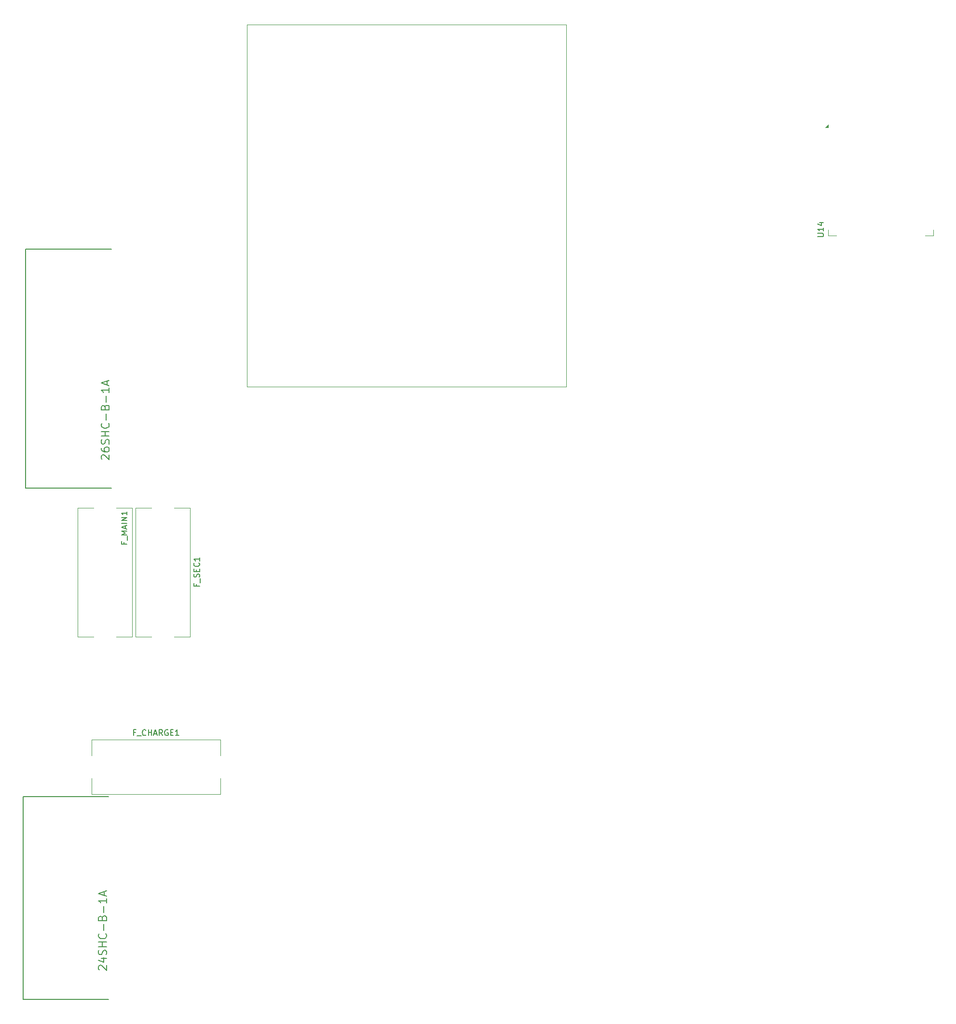
<source format=gbr>
%TF.GenerationSoftware,KiCad,Pcbnew,9.0.4-9.0.4-0~ubuntu22.04.1*%
%TF.CreationDate,2025-10-26T15:56:29+01:00*%
%TF.ProjectId,IndegoMower,496e6465-676f-44d6-9f77-65722e6b6963,rev?*%
%TF.SameCoordinates,Original*%
%TF.FileFunction,Legend,Top*%
%TF.FilePolarity,Positive*%
%FSLAX46Y46*%
G04 Gerber Fmt 4.6, Leading zero omitted, Abs format (unit mm)*
G04 Created by KiCad (PCBNEW 9.0.4-9.0.4-0~ubuntu22.04.1) date 2025-10-26 15:56:29*
%MOMM*%
%LPD*%
G01*
G04 APERTURE LIST*
%ADD10C,0.120000*%
%ADD11C,0.150000*%
%ADD12C,0.127000*%
G04 APERTURE END LIST*
D10*
X60550000Y-24760000D02*
X116550000Y-24760000D01*
X116550000Y-88240000D01*
X60550000Y-88240000D01*
X60550000Y-24760000D01*
D11*
X34593200Y-190506665D02*
X34526533Y-190439998D01*
X34526533Y-190439998D02*
X34459866Y-190306665D01*
X34459866Y-190306665D02*
X34459866Y-189973332D01*
X34459866Y-189973332D02*
X34526533Y-189839998D01*
X34526533Y-189839998D02*
X34593200Y-189773332D01*
X34593200Y-189773332D02*
X34726533Y-189706665D01*
X34726533Y-189706665D02*
X34859866Y-189706665D01*
X34859866Y-189706665D02*
X35059866Y-189773332D01*
X35059866Y-189773332D02*
X35859866Y-190573332D01*
X35859866Y-190573332D02*
X35859866Y-189706665D01*
X34926533Y-188506665D02*
X35859866Y-188506665D01*
X34393200Y-188839999D02*
X35393200Y-189173332D01*
X35393200Y-189173332D02*
X35393200Y-188306665D01*
X35793200Y-187839999D02*
X35859866Y-187639999D01*
X35859866Y-187639999D02*
X35859866Y-187306666D01*
X35859866Y-187306666D02*
X35793200Y-187173332D01*
X35793200Y-187173332D02*
X35726533Y-187106666D01*
X35726533Y-187106666D02*
X35593200Y-187039999D01*
X35593200Y-187039999D02*
X35459866Y-187039999D01*
X35459866Y-187039999D02*
X35326533Y-187106666D01*
X35326533Y-187106666D02*
X35259866Y-187173332D01*
X35259866Y-187173332D02*
X35193200Y-187306666D01*
X35193200Y-187306666D02*
X35126533Y-187573332D01*
X35126533Y-187573332D02*
X35059866Y-187706666D01*
X35059866Y-187706666D02*
X34993200Y-187773332D01*
X34993200Y-187773332D02*
X34859866Y-187839999D01*
X34859866Y-187839999D02*
X34726533Y-187839999D01*
X34726533Y-187839999D02*
X34593200Y-187773332D01*
X34593200Y-187773332D02*
X34526533Y-187706666D01*
X34526533Y-187706666D02*
X34459866Y-187573332D01*
X34459866Y-187573332D02*
X34459866Y-187239999D01*
X34459866Y-187239999D02*
X34526533Y-187039999D01*
X35859866Y-186439999D02*
X34459866Y-186439999D01*
X35126533Y-186439999D02*
X35126533Y-185639999D01*
X35859866Y-185639999D02*
X34459866Y-185639999D01*
X35726533Y-184173332D02*
X35793200Y-184239999D01*
X35793200Y-184239999D02*
X35859866Y-184439999D01*
X35859866Y-184439999D02*
X35859866Y-184573332D01*
X35859866Y-184573332D02*
X35793200Y-184773332D01*
X35793200Y-184773332D02*
X35659866Y-184906666D01*
X35659866Y-184906666D02*
X35526533Y-184973332D01*
X35526533Y-184973332D02*
X35259866Y-185039999D01*
X35259866Y-185039999D02*
X35059866Y-185039999D01*
X35059866Y-185039999D02*
X34793200Y-184973332D01*
X34793200Y-184973332D02*
X34659866Y-184906666D01*
X34659866Y-184906666D02*
X34526533Y-184773332D01*
X34526533Y-184773332D02*
X34459866Y-184573332D01*
X34459866Y-184573332D02*
X34459866Y-184439999D01*
X34459866Y-184439999D02*
X34526533Y-184239999D01*
X34526533Y-184239999D02*
X34593200Y-184173332D01*
X35326533Y-183573332D02*
X35326533Y-182506666D01*
X35126533Y-181373333D02*
X35193200Y-181173333D01*
X35193200Y-181173333D02*
X35259866Y-181106666D01*
X35259866Y-181106666D02*
X35393200Y-181039999D01*
X35393200Y-181039999D02*
X35593200Y-181039999D01*
X35593200Y-181039999D02*
X35726533Y-181106666D01*
X35726533Y-181106666D02*
X35793200Y-181173333D01*
X35793200Y-181173333D02*
X35859866Y-181306666D01*
X35859866Y-181306666D02*
X35859866Y-181839999D01*
X35859866Y-181839999D02*
X34459866Y-181839999D01*
X34459866Y-181839999D02*
X34459866Y-181373333D01*
X34459866Y-181373333D02*
X34526533Y-181239999D01*
X34526533Y-181239999D02*
X34593200Y-181173333D01*
X34593200Y-181173333D02*
X34726533Y-181106666D01*
X34726533Y-181106666D02*
X34859866Y-181106666D01*
X34859866Y-181106666D02*
X34993200Y-181173333D01*
X34993200Y-181173333D02*
X35059866Y-181239999D01*
X35059866Y-181239999D02*
X35126533Y-181373333D01*
X35126533Y-181373333D02*
X35126533Y-181839999D01*
X35326533Y-180439999D02*
X35326533Y-179373333D01*
X35859866Y-177973333D02*
X35859866Y-178773333D01*
X35859866Y-178373333D02*
X34459866Y-178373333D01*
X34459866Y-178373333D02*
X34659866Y-178506666D01*
X34659866Y-178506666D02*
X34793200Y-178640000D01*
X34793200Y-178640000D02*
X34859866Y-178773333D01*
X35459866Y-177440000D02*
X35459866Y-176773333D01*
X35859866Y-177573333D02*
X34459866Y-177106667D01*
X34459866Y-177106667D02*
X35859866Y-176640000D01*
X35053200Y-100976665D02*
X34986533Y-100909998D01*
X34986533Y-100909998D02*
X34919866Y-100776665D01*
X34919866Y-100776665D02*
X34919866Y-100443332D01*
X34919866Y-100443332D02*
X34986533Y-100309998D01*
X34986533Y-100309998D02*
X35053200Y-100243332D01*
X35053200Y-100243332D02*
X35186533Y-100176665D01*
X35186533Y-100176665D02*
X35319866Y-100176665D01*
X35319866Y-100176665D02*
X35519866Y-100243332D01*
X35519866Y-100243332D02*
X36319866Y-101043332D01*
X36319866Y-101043332D02*
X36319866Y-100176665D01*
X34919866Y-98976665D02*
X34919866Y-99243332D01*
X34919866Y-99243332D02*
X34986533Y-99376665D01*
X34986533Y-99376665D02*
X35053200Y-99443332D01*
X35053200Y-99443332D02*
X35253200Y-99576665D01*
X35253200Y-99576665D02*
X35519866Y-99643332D01*
X35519866Y-99643332D02*
X36053200Y-99643332D01*
X36053200Y-99643332D02*
X36186533Y-99576665D01*
X36186533Y-99576665D02*
X36253200Y-99509999D01*
X36253200Y-99509999D02*
X36319866Y-99376665D01*
X36319866Y-99376665D02*
X36319866Y-99109999D01*
X36319866Y-99109999D02*
X36253200Y-98976665D01*
X36253200Y-98976665D02*
X36186533Y-98909999D01*
X36186533Y-98909999D02*
X36053200Y-98843332D01*
X36053200Y-98843332D02*
X35719866Y-98843332D01*
X35719866Y-98843332D02*
X35586533Y-98909999D01*
X35586533Y-98909999D02*
X35519866Y-98976665D01*
X35519866Y-98976665D02*
X35453200Y-99109999D01*
X35453200Y-99109999D02*
X35453200Y-99376665D01*
X35453200Y-99376665D02*
X35519866Y-99509999D01*
X35519866Y-99509999D02*
X35586533Y-99576665D01*
X35586533Y-99576665D02*
X35719866Y-99643332D01*
X36253200Y-98309999D02*
X36319866Y-98109999D01*
X36319866Y-98109999D02*
X36319866Y-97776666D01*
X36319866Y-97776666D02*
X36253200Y-97643332D01*
X36253200Y-97643332D02*
X36186533Y-97576666D01*
X36186533Y-97576666D02*
X36053200Y-97509999D01*
X36053200Y-97509999D02*
X35919866Y-97509999D01*
X35919866Y-97509999D02*
X35786533Y-97576666D01*
X35786533Y-97576666D02*
X35719866Y-97643332D01*
X35719866Y-97643332D02*
X35653200Y-97776666D01*
X35653200Y-97776666D02*
X35586533Y-98043332D01*
X35586533Y-98043332D02*
X35519866Y-98176666D01*
X35519866Y-98176666D02*
X35453200Y-98243332D01*
X35453200Y-98243332D02*
X35319866Y-98309999D01*
X35319866Y-98309999D02*
X35186533Y-98309999D01*
X35186533Y-98309999D02*
X35053200Y-98243332D01*
X35053200Y-98243332D02*
X34986533Y-98176666D01*
X34986533Y-98176666D02*
X34919866Y-98043332D01*
X34919866Y-98043332D02*
X34919866Y-97709999D01*
X34919866Y-97709999D02*
X34986533Y-97509999D01*
X36319866Y-96909999D02*
X34919866Y-96909999D01*
X35586533Y-96909999D02*
X35586533Y-96109999D01*
X36319866Y-96109999D02*
X34919866Y-96109999D01*
X36186533Y-94643332D02*
X36253200Y-94709999D01*
X36253200Y-94709999D02*
X36319866Y-94909999D01*
X36319866Y-94909999D02*
X36319866Y-95043332D01*
X36319866Y-95043332D02*
X36253200Y-95243332D01*
X36253200Y-95243332D02*
X36119866Y-95376666D01*
X36119866Y-95376666D02*
X35986533Y-95443332D01*
X35986533Y-95443332D02*
X35719866Y-95509999D01*
X35719866Y-95509999D02*
X35519866Y-95509999D01*
X35519866Y-95509999D02*
X35253200Y-95443332D01*
X35253200Y-95443332D02*
X35119866Y-95376666D01*
X35119866Y-95376666D02*
X34986533Y-95243332D01*
X34986533Y-95243332D02*
X34919866Y-95043332D01*
X34919866Y-95043332D02*
X34919866Y-94909999D01*
X34919866Y-94909999D02*
X34986533Y-94709999D01*
X34986533Y-94709999D02*
X35053200Y-94643332D01*
X35786533Y-94043332D02*
X35786533Y-92976666D01*
X35586533Y-91843333D02*
X35653200Y-91643333D01*
X35653200Y-91643333D02*
X35719866Y-91576666D01*
X35719866Y-91576666D02*
X35853200Y-91509999D01*
X35853200Y-91509999D02*
X36053200Y-91509999D01*
X36053200Y-91509999D02*
X36186533Y-91576666D01*
X36186533Y-91576666D02*
X36253200Y-91643333D01*
X36253200Y-91643333D02*
X36319866Y-91776666D01*
X36319866Y-91776666D02*
X36319866Y-92309999D01*
X36319866Y-92309999D02*
X34919866Y-92309999D01*
X34919866Y-92309999D02*
X34919866Y-91843333D01*
X34919866Y-91843333D02*
X34986533Y-91709999D01*
X34986533Y-91709999D02*
X35053200Y-91643333D01*
X35053200Y-91643333D02*
X35186533Y-91576666D01*
X35186533Y-91576666D02*
X35319866Y-91576666D01*
X35319866Y-91576666D02*
X35453200Y-91643333D01*
X35453200Y-91643333D02*
X35519866Y-91709999D01*
X35519866Y-91709999D02*
X35586533Y-91843333D01*
X35586533Y-91843333D02*
X35586533Y-92309999D01*
X35786533Y-90909999D02*
X35786533Y-89843333D01*
X36319866Y-88443333D02*
X36319866Y-89243333D01*
X36319866Y-88843333D02*
X34919866Y-88843333D01*
X34919866Y-88843333D02*
X35119866Y-88976666D01*
X35119866Y-88976666D02*
X35253200Y-89110000D01*
X35253200Y-89110000D02*
X35319866Y-89243333D01*
X35919866Y-87910000D02*
X35919866Y-87243333D01*
X36319866Y-88043333D02*
X34919866Y-87576667D01*
X34919866Y-87576667D02*
X36319866Y-87110000D01*
X38931009Y-115476190D02*
X38931009Y-115809523D01*
X39454819Y-115809523D02*
X38454819Y-115809523D01*
X38454819Y-115809523D02*
X38454819Y-115333333D01*
X39550057Y-115190476D02*
X39550057Y-114428571D01*
X39454819Y-114190475D02*
X38454819Y-114190475D01*
X38454819Y-114190475D02*
X39169104Y-113857142D01*
X39169104Y-113857142D02*
X38454819Y-113523809D01*
X38454819Y-113523809D02*
X39454819Y-113523809D01*
X39169104Y-113095237D02*
X39169104Y-112619047D01*
X39454819Y-113190475D02*
X38454819Y-112857142D01*
X38454819Y-112857142D02*
X39454819Y-112523809D01*
X39454819Y-112190475D02*
X38454819Y-112190475D01*
X39454819Y-111714285D02*
X38454819Y-111714285D01*
X38454819Y-111714285D02*
X39454819Y-111142857D01*
X39454819Y-111142857D02*
X38454819Y-111142857D01*
X39454819Y-110142857D02*
X39454819Y-110714285D01*
X39454819Y-110428571D02*
X38454819Y-110428571D01*
X38454819Y-110428571D02*
X38597676Y-110523809D01*
X38597676Y-110523809D02*
X38692914Y-110619047D01*
X38692914Y-110619047D02*
X38740533Y-110714285D01*
X160704819Y-61923220D02*
X161514342Y-61923220D01*
X161514342Y-61923220D02*
X161609580Y-61875601D01*
X161609580Y-61875601D02*
X161657200Y-61827982D01*
X161657200Y-61827982D02*
X161704819Y-61732744D01*
X161704819Y-61732744D02*
X161704819Y-61542268D01*
X161704819Y-61542268D02*
X161657200Y-61447030D01*
X161657200Y-61447030D02*
X161609580Y-61399411D01*
X161609580Y-61399411D02*
X161514342Y-61351792D01*
X161514342Y-61351792D02*
X160704819Y-61351792D01*
X161704819Y-60351792D02*
X161704819Y-60923220D01*
X161704819Y-60637506D02*
X160704819Y-60637506D01*
X160704819Y-60637506D02*
X160847676Y-60732744D01*
X160847676Y-60732744D02*
X160942914Y-60827982D01*
X160942914Y-60827982D02*
X160990533Y-60923220D01*
X161038152Y-59494649D02*
X161704819Y-59494649D01*
X160657200Y-59732744D02*
X161371485Y-59970839D01*
X161371485Y-59970839D02*
X161371485Y-59351792D01*
X40910952Y-148871009D02*
X40577619Y-148871009D01*
X40577619Y-149394819D02*
X40577619Y-148394819D01*
X40577619Y-148394819D02*
X41053809Y-148394819D01*
X41196667Y-149490057D02*
X41958571Y-149490057D01*
X42768095Y-149299580D02*
X42720476Y-149347200D01*
X42720476Y-149347200D02*
X42577619Y-149394819D01*
X42577619Y-149394819D02*
X42482381Y-149394819D01*
X42482381Y-149394819D02*
X42339524Y-149347200D01*
X42339524Y-149347200D02*
X42244286Y-149251961D01*
X42244286Y-149251961D02*
X42196667Y-149156723D01*
X42196667Y-149156723D02*
X42149048Y-148966247D01*
X42149048Y-148966247D02*
X42149048Y-148823390D01*
X42149048Y-148823390D02*
X42196667Y-148632914D01*
X42196667Y-148632914D02*
X42244286Y-148537676D01*
X42244286Y-148537676D02*
X42339524Y-148442438D01*
X42339524Y-148442438D02*
X42482381Y-148394819D01*
X42482381Y-148394819D02*
X42577619Y-148394819D01*
X42577619Y-148394819D02*
X42720476Y-148442438D01*
X42720476Y-148442438D02*
X42768095Y-148490057D01*
X43196667Y-149394819D02*
X43196667Y-148394819D01*
X43196667Y-148871009D02*
X43768095Y-148871009D01*
X43768095Y-149394819D02*
X43768095Y-148394819D01*
X44196667Y-149109104D02*
X44672857Y-149109104D01*
X44101429Y-149394819D02*
X44434762Y-148394819D01*
X44434762Y-148394819D02*
X44768095Y-149394819D01*
X45672857Y-149394819D02*
X45339524Y-148918628D01*
X45101429Y-149394819D02*
X45101429Y-148394819D01*
X45101429Y-148394819D02*
X45482381Y-148394819D01*
X45482381Y-148394819D02*
X45577619Y-148442438D01*
X45577619Y-148442438D02*
X45625238Y-148490057D01*
X45625238Y-148490057D02*
X45672857Y-148585295D01*
X45672857Y-148585295D02*
X45672857Y-148728152D01*
X45672857Y-148728152D02*
X45625238Y-148823390D01*
X45625238Y-148823390D02*
X45577619Y-148871009D01*
X45577619Y-148871009D02*
X45482381Y-148918628D01*
X45482381Y-148918628D02*
X45101429Y-148918628D01*
X46625238Y-148442438D02*
X46530000Y-148394819D01*
X46530000Y-148394819D02*
X46387143Y-148394819D01*
X46387143Y-148394819D02*
X46244286Y-148442438D01*
X46244286Y-148442438D02*
X46149048Y-148537676D01*
X46149048Y-148537676D02*
X46101429Y-148632914D01*
X46101429Y-148632914D02*
X46053810Y-148823390D01*
X46053810Y-148823390D02*
X46053810Y-148966247D01*
X46053810Y-148966247D02*
X46101429Y-149156723D01*
X46101429Y-149156723D02*
X46149048Y-149251961D01*
X46149048Y-149251961D02*
X46244286Y-149347200D01*
X46244286Y-149347200D02*
X46387143Y-149394819D01*
X46387143Y-149394819D02*
X46482381Y-149394819D01*
X46482381Y-149394819D02*
X46625238Y-149347200D01*
X46625238Y-149347200D02*
X46672857Y-149299580D01*
X46672857Y-149299580D02*
X46672857Y-148966247D01*
X46672857Y-148966247D02*
X46482381Y-148966247D01*
X47101429Y-148871009D02*
X47434762Y-148871009D01*
X47577619Y-149394819D02*
X47101429Y-149394819D01*
X47101429Y-149394819D02*
X47101429Y-148394819D01*
X47101429Y-148394819D02*
X47577619Y-148394819D01*
X48530000Y-149394819D02*
X47958572Y-149394819D01*
X48244286Y-149394819D02*
X48244286Y-148394819D01*
X48244286Y-148394819D02*
X48149048Y-148537676D01*
X48149048Y-148537676D02*
X48053810Y-148632914D01*
X48053810Y-148632914D02*
X47958572Y-148680533D01*
X51651009Y-122872857D02*
X51651009Y-123206190D01*
X52174819Y-123206190D02*
X51174819Y-123206190D01*
X51174819Y-123206190D02*
X51174819Y-122730000D01*
X52270057Y-122587143D02*
X52270057Y-121825238D01*
X52127200Y-121634761D02*
X52174819Y-121491904D01*
X52174819Y-121491904D02*
X52174819Y-121253809D01*
X52174819Y-121253809D02*
X52127200Y-121158571D01*
X52127200Y-121158571D02*
X52079580Y-121110952D01*
X52079580Y-121110952D02*
X51984342Y-121063333D01*
X51984342Y-121063333D02*
X51889104Y-121063333D01*
X51889104Y-121063333D02*
X51793866Y-121110952D01*
X51793866Y-121110952D02*
X51746247Y-121158571D01*
X51746247Y-121158571D02*
X51698628Y-121253809D01*
X51698628Y-121253809D02*
X51651009Y-121444285D01*
X51651009Y-121444285D02*
X51603390Y-121539523D01*
X51603390Y-121539523D02*
X51555771Y-121587142D01*
X51555771Y-121587142D02*
X51460533Y-121634761D01*
X51460533Y-121634761D02*
X51365295Y-121634761D01*
X51365295Y-121634761D02*
X51270057Y-121587142D01*
X51270057Y-121587142D02*
X51222438Y-121539523D01*
X51222438Y-121539523D02*
X51174819Y-121444285D01*
X51174819Y-121444285D02*
X51174819Y-121206190D01*
X51174819Y-121206190D02*
X51222438Y-121063333D01*
X51651009Y-120634761D02*
X51651009Y-120301428D01*
X52174819Y-120158571D02*
X52174819Y-120634761D01*
X52174819Y-120634761D02*
X51174819Y-120634761D01*
X51174819Y-120634761D02*
X51174819Y-120158571D01*
X52079580Y-119158571D02*
X52127200Y-119206190D01*
X52127200Y-119206190D02*
X52174819Y-119349047D01*
X52174819Y-119349047D02*
X52174819Y-119444285D01*
X52174819Y-119444285D02*
X52127200Y-119587142D01*
X52127200Y-119587142D02*
X52031961Y-119682380D01*
X52031961Y-119682380D02*
X51936723Y-119729999D01*
X51936723Y-119729999D02*
X51746247Y-119777618D01*
X51746247Y-119777618D02*
X51603390Y-119777618D01*
X51603390Y-119777618D02*
X51412914Y-119729999D01*
X51412914Y-119729999D02*
X51317676Y-119682380D01*
X51317676Y-119682380D02*
X51222438Y-119587142D01*
X51222438Y-119587142D02*
X51174819Y-119444285D01*
X51174819Y-119444285D02*
X51174819Y-119349047D01*
X51174819Y-119349047D02*
X51222438Y-119206190D01*
X51222438Y-119206190D02*
X51270057Y-119158571D01*
X52174819Y-118206190D02*
X52174819Y-118777618D01*
X52174819Y-118491904D02*
X51174819Y-118491904D01*
X51174819Y-118491904D02*
X51317676Y-118587142D01*
X51317676Y-118587142D02*
X51412914Y-118682380D01*
X51412914Y-118682380D02*
X51460533Y-118777618D01*
D12*
%TO.C,U2*%
X21220000Y-195660000D02*
X21220000Y-160100000D01*
X36220000Y-195660000D02*
X21220000Y-195660000D01*
X21220000Y-160100000D02*
X36220000Y-160100000D01*
%TO.C,U1*%
X21680000Y-105980000D02*
X21680000Y-64070000D01*
X36680000Y-105980000D02*
X21680000Y-105980000D01*
X21680000Y-64070000D02*
X36680000Y-64070000D01*
D10*
%TO.C,F_MAIN1*%
X30760000Y-109480000D02*
X30760000Y-132080000D01*
X30760000Y-109480000D02*
X33560000Y-109480000D01*
X30760000Y-132080000D02*
X33560000Y-132080000D01*
X37560000Y-109480000D02*
X40360000Y-109480000D01*
X37560000Y-132080000D02*
X40360000Y-132080000D01*
X40360000Y-109480000D02*
X40360000Y-132080000D01*
%TO.C,U14*%
X162550000Y-61710000D02*
X162550000Y-60760000D01*
X163950000Y-61710000D02*
X162550000Y-61710000D01*
X179550000Y-61710000D02*
X180950000Y-61710000D01*
X180950000Y-61710000D02*
X180950000Y-60760000D01*
X162550000Y-42760000D02*
X162050000Y-42760000D01*
X162550000Y-42260000D01*
X162550000Y-42760000D01*
G36*
X162550000Y-42760000D02*
G01*
X162050000Y-42760000D01*
X162550000Y-42260000D01*
X162550000Y-42760000D01*
G37*
%TO.C,F_CHARGE1*%
X33280000Y-150140000D02*
X55880000Y-150140000D01*
X33280000Y-152940000D02*
X33280000Y-150140000D01*
X33280000Y-159740000D02*
X33280000Y-156940000D01*
X33280000Y-159740000D02*
X55880000Y-159740000D01*
X55880000Y-152940000D02*
X55880000Y-150140000D01*
X55880000Y-159740000D02*
X55880000Y-156940000D01*
%TO.C,F_SEC1*%
X40920000Y-109480000D02*
X40920000Y-132080000D01*
X40920000Y-109480000D02*
X43720000Y-109480000D01*
X40920000Y-132080000D02*
X43720000Y-132080000D01*
X47720000Y-109480000D02*
X50520000Y-109480000D01*
X47720000Y-132080000D02*
X50520000Y-132080000D01*
X50520000Y-109480000D02*
X50520000Y-132080000D01*
%TD*%
M02*

</source>
